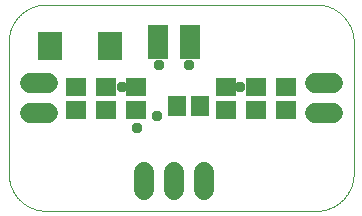
<source format=gbs>
G04 EAGLE Gerber X2 export*
%TF.Part,Single*%
%TF.FileFunction,Other,Solder Mask bottom*%
%TF.FilePolarity,Positive*%
%TF.GenerationSoftware,Autodesk,EAGLE,9.0.0*%
%TF.CreationDate,2018-05-03T06:24:42Z*%
G75*
%MOMM*%
%FSLAX35Y35*%
%LPD*%
%AMOC8*
5,1,8,0,0,1.08239X$1,22.5*%
G01*
%ADD10C,0.000000*%
%ADD11R,1.503200X1.703200*%
%ADD12R,1.703200X1.503200*%
%ADD13R,1.703200X2.903200*%
%ADD14C,1.727200*%
%ADD15R,2.003200X2.403200*%
%ADD16C,0.959600*%


D10*
X1016000Y1587500D02*
X1016093Y1579828D01*
X1016371Y1572161D01*
X1016834Y1564502D01*
X1017482Y1556857D01*
X1018315Y1549230D01*
X1019332Y1541625D01*
X1020532Y1534047D01*
X1021915Y1526500D01*
X1023480Y1518989D01*
X1025226Y1511517D01*
X1027152Y1504090D01*
X1029257Y1496712D01*
X1031540Y1489387D01*
X1033998Y1482119D01*
X1036632Y1474913D01*
X1039440Y1467772D01*
X1042418Y1460702D01*
X1045567Y1453705D01*
X1048884Y1446787D01*
X1052368Y1439950D01*
X1056015Y1433200D01*
X1059825Y1426540D01*
X1063794Y1419974D01*
X1067921Y1413506D01*
X1072203Y1407139D01*
X1076637Y1400878D01*
X1081222Y1394726D01*
X1085953Y1388686D01*
X1090830Y1382763D01*
X1095848Y1376959D01*
X1101005Y1371277D01*
X1106297Y1365723D01*
X1111723Y1360297D01*
X1117277Y1355005D01*
X1122959Y1349848D01*
X1128763Y1344830D01*
X1134686Y1339953D01*
X1140726Y1335222D01*
X1146878Y1330637D01*
X1153139Y1326203D01*
X1159506Y1321921D01*
X1165974Y1317794D01*
X1172540Y1313825D01*
X1179200Y1310015D01*
X1185950Y1306368D01*
X1192787Y1302884D01*
X1199705Y1299567D01*
X1206702Y1296418D01*
X1213772Y1293440D01*
X1220913Y1290632D01*
X1228119Y1287998D01*
X1235387Y1285540D01*
X1242712Y1283257D01*
X1250090Y1281152D01*
X1257517Y1279226D01*
X1264989Y1277480D01*
X1272500Y1275915D01*
X1280047Y1274532D01*
X1287625Y1273332D01*
X1295230Y1272315D01*
X1302857Y1271482D01*
X1310502Y1270834D01*
X1318161Y1270371D01*
X1325828Y1270093D01*
X1333500Y1270000D01*
X1016000Y2698750D02*
X1016093Y2706422D01*
X1016371Y2714089D01*
X1016834Y2721748D01*
X1017482Y2729393D01*
X1018315Y2737020D01*
X1019332Y2744625D01*
X1020532Y2752203D01*
X1021915Y2759750D01*
X1023480Y2767261D01*
X1025226Y2774733D01*
X1027152Y2782160D01*
X1029257Y2789538D01*
X1031540Y2796863D01*
X1033998Y2804131D01*
X1036632Y2811337D01*
X1039440Y2818478D01*
X1042418Y2825548D01*
X1045567Y2832545D01*
X1048884Y2839463D01*
X1052368Y2846300D01*
X1056015Y2853050D01*
X1059825Y2859710D01*
X1063794Y2866276D01*
X1067921Y2872744D01*
X1072203Y2879111D01*
X1076637Y2885372D01*
X1081222Y2891524D01*
X1085953Y2897564D01*
X1090830Y2903487D01*
X1095848Y2909291D01*
X1101005Y2914973D01*
X1106297Y2920527D01*
X1111723Y2925953D01*
X1117277Y2931245D01*
X1122959Y2936402D01*
X1128763Y2941420D01*
X1134686Y2946297D01*
X1140726Y2951028D01*
X1146878Y2955613D01*
X1153139Y2960047D01*
X1159506Y2964329D01*
X1165974Y2968456D01*
X1172540Y2972425D01*
X1179200Y2976235D01*
X1185950Y2979882D01*
X1192787Y2983366D01*
X1199705Y2986683D01*
X1206702Y2989832D01*
X1213772Y2992810D01*
X1220913Y2995618D01*
X1228119Y2998252D01*
X1235387Y3000710D01*
X1242712Y3002993D01*
X1250090Y3005098D01*
X1257517Y3007024D01*
X1264989Y3008770D01*
X1272500Y3010335D01*
X1280047Y3011718D01*
X1287625Y3012918D01*
X1295230Y3013935D01*
X1302857Y3014768D01*
X1310502Y3015416D01*
X1318161Y3015879D01*
X1325828Y3016157D01*
X1333500Y3016250D01*
X3619500Y3016250D02*
X3627172Y3016157D01*
X3634839Y3015879D01*
X3642498Y3015416D01*
X3650143Y3014768D01*
X3657770Y3013935D01*
X3665375Y3012918D01*
X3672953Y3011718D01*
X3680500Y3010335D01*
X3688011Y3008770D01*
X3695483Y3007024D01*
X3702910Y3005098D01*
X3710288Y3002993D01*
X3717613Y3000710D01*
X3724881Y2998252D01*
X3732087Y2995618D01*
X3739228Y2992810D01*
X3746298Y2989832D01*
X3753295Y2986683D01*
X3760213Y2983366D01*
X3767050Y2979882D01*
X3773800Y2976235D01*
X3780460Y2972425D01*
X3787026Y2968456D01*
X3793494Y2964329D01*
X3799861Y2960047D01*
X3806122Y2955613D01*
X3812274Y2951028D01*
X3818314Y2946297D01*
X3824237Y2941420D01*
X3830041Y2936402D01*
X3835723Y2931245D01*
X3841277Y2925953D01*
X3846703Y2920527D01*
X3851995Y2914973D01*
X3857152Y2909291D01*
X3862170Y2903487D01*
X3867047Y2897564D01*
X3871778Y2891524D01*
X3876363Y2885372D01*
X3880797Y2879111D01*
X3885079Y2872744D01*
X3889206Y2866276D01*
X3893175Y2859710D01*
X3896985Y2853050D01*
X3900632Y2846300D01*
X3904116Y2839463D01*
X3907433Y2832545D01*
X3910582Y2825548D01*
X3913560Y2818478D01*
X3916368Y2811337D01*
X3919002Y2804131D01*
X3921460Y2796863D01*
X3923743Y2789538D01*
X3925848Y2782160D01*
X3927774Y2774733D01*
X3929520Y2767261D01*
X3931085Y2759750D01*
X3932468Y2752203D01*
X3933668Y2744625D01*
X3934685Y2737020D01*
X3935518Y2729393D01*
X3936166Y2721748D01*
X3936629Y2714089D01*
X3936907Y2706422D01*
X3937000Y2698750D01*
X3937000Y1587500D02*
X3936907Y1579828D01*
X3936629Y1572161D01*
X3936166Y1564502D01*
X3935518Y1556857D01*
X3934685Y1549230D01*
X3933668Y1541625D01*
X3932468Y1534047D01*
X3931085Y1526500D01*
X3929520Y1518989D01*
X3927774Y1511517D01*
X3925848Y1504090D01*
X3923743Y1496712D01*
X3921460Y1489387D01*
X3919002Y1482119D01*
X3916368Y1474913D01*
X3913560Y1467772D01*
X3910582Y1460702D01*
X3907433Y1453705D01*
X3904116Y1446787D01*
X3900632Y1439950D01*
X3896985Y1433200D01*
X3893175Y1426540D01*
X3889206Y1419974D01*
X3885079Y1413506D01*
X3880797Y1407139D01*
X3876363Y1400878D01*
X3871778Y1394726D01*
X3867047Y1388686D01*
X3862170Y1382763D01*
X3857152Y1376959D01*
X3851995Y1371277D01*
X3846703Y1365723D01*
X3841277Y1360297D01*
X3835723Y1355005D01*
X3830041Y1349848D01*
X3824237Y1344830D01*
X3818314Y1339953D01*
X3812274Y1335222D01*
X3806122Y1330637D01*
X3799861Y1326203D01*
X3793494Y1321921D01*
X3787026Y1317794D01*
X3780460Y1313825D01*
X3773800Y1310015D01*
X3767050Y1306368D01*
X3760213Y1302884D01*
X3753295Y1299567D01*
X3746298Y1296418D01*
X3739228Y1293440D01*
X3732087Y1290632D01*
X3724881Y1287998D01*
X3717613Y1285540D01*
X3710288Y1283257D01*
X3702910Y1281152D01*
X3695483Y1279226D01*
X3688011Y1277480D01*
X3680500Y1275915D01*
X3672953Y1274532D01*
X3665375Y1273332D01*
X3657770Y1272315D01*
X3650143Y1271482D01*
X3642498Y1270834D01*
X3634839Y1270371D01*
X3627172Y1270093D01*
X3619500Y1270000D01*
X3619500Y3016250D02*
X1333500Y3016250D01*
X1016000Y2698750D02*
X1016000Y1587500D01*
X1333500Y1270000D02*
X3619500Y1270000D01*
X3937000Y1587500D02*
X3937000Y2698750D01*
D11*
X2445000Y2159000D03*
X2635000Y2159000D03*
D12*
X2095500Y2127500D03*
X2095500Y2317500D03*
D13*
X2278000Y2697750D03*
X2548000Y2699750D03*
D14*
X1346200Y2095500D02*
X1193800Y2095500D01*
X1193800Y2349500D02*
X1346200Y2349500D01*
X3606800Y2095500D02*
X3759200Y2095500D01*
X3759200Y2349500D02*
X3606800Y2349500D01*
X2159000Y1600200D02*
X2159000Y1447800D01*
X2413000Y1447800D02*
X2413000Y1600200D01*
X2667000Y1600200D02*
X2667000Y1447800D01*
D12*
X2857500Y2127500D03*
X2857500Y2317500D03*
X3111500Y2127500D03*
X3111500Y2317500D03*
X3365500Y2127500D03*
X3365500Y2317500D03*
X1841500Y2127500D03*
X1841500Y2317500D03*
X1587500Y2127500D03*
X1587500Y2317500D03*
D15*
X1364250Y2667000D03*
X1874250Y2667000D03*
D16*
X1975000Y2317500D03*
X2975000Y2317500D03*
X2275000Y2075000D03*
X2286000Y2508250D03*
X2540000Y2508250D03*
X2100000Y1975000D03*
M02*

</source>
